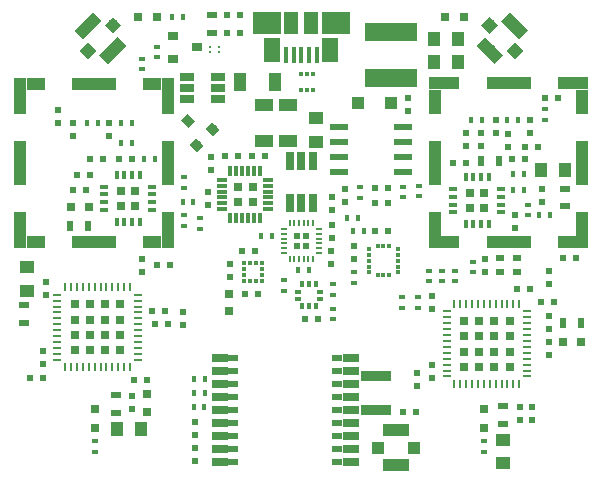
<source format=gtp>
G04 #@! TF.GenerationSoftware,KiCad,Pcbnew,(2017-02-19 revision a416f3a4e)-master*
G04 #@! TF.CreationDate,2017-04-29T21:26:46-07:00*
G04 #@! TF.ProjectId,Navi,4E6176692E6B696361645F7063620000,rev?*
G04 #@! TF.FileFunction,Paste,Top*
G04 #@! TF.FilePolarity,Positive*
%FSLAX46Y46*%
G04 Gerber Fmt 4.6, Leading zero omitted, Abs format (unit mm)*
G04 Created by KiCad (PCBNEW (2017-02-19 revision a416f3a4e)-master) date 04/29/17 21:26:46*
%MOMM*%
%LPD*%
G01*
G04 APERTURE LIST*
%ADD10C,0.150000*%
%ADD11R,0.300000X0.325000*%
%ADD12R,0.325000X0.300000*%
%ADD13R,0.600000X0.500000*%
%ADD14R,0.500000X0.600000*%
%ADD15R,0.750000X0.800000*%
%ADD16R,0.400000X0.300000*%
%ADD17R,0.300000X0.400000*%
%ADD18R,0.400000X0.600000*%
%ADD19R,0.600000X0.400000*%
%ADD20R,1.000000X1.600000*%
%ADD21R,0.850000X0.300000*%
%ADD22R,0.300000X0.850000*%
%ADD23R,0.780000X0.780000*%
%ADD24R,0.900000X0.500000*%
%ADD25R,0.210000X0.230000*%
%ADD26C,0.800000*%
%ADD27R,0.900000X0.800000*%
%ADD28R,1.220000X0.650000*%
%ADD29R,1.000000X2.130000*%
%ADD30R,1.000000X3.800000*%
%ADD31R,1.650000X1.000000*%
%ADD32R,3.800000X1.000000*%
%ADD33R,1.000000X1.000000*%
%ADD34R,1.600000X1.000000*%
%ADD35R,4.500000X1.600000*%
%ADD36R,0.300000X0.450000*%
%ADD37R,1.100000X1.100000*%
%ADD38R,1.550000X0.600000*%
%ADD39R,0.900000X0.600000*%
%ADD40R,1.400000X0.700000*%
%ADD41R,1.400000X0.800000*%
%ADD42R,0.700000X1.500000*%
%ADD43R,0.800000X0.800000*%
%ADD44R,1.000000X1.250000*%
%ADD45R,0.800000X0.750000*%
%ADD46R,1.250000X1.000000*%
%ADD47R,1.475000X2.100000*%
%ADD48R,0.450000X1.380000*%
%ADD49R,1.175000X1.900000*%
%ADD50R,2.375000X1.900000*%
%ADD51R,0.400000X0.500000*%
%ADD52R,0.400000X0.550000*%
%ADD53R,0.550000X0.400000*%
%ADD54R,2.500000X0.900000*%
%ADD55R,0.800000X0.600000*%
%ADD56R,2.200000X1.050000*%
%ADD57R,0.200000X0.550000*%
%ADD58R,0.550000X0.200000*%
%ADD59R,0.480000X0.525000*%
%ADD60C,1.000000*%
%ADD61C,1.050000*%
%ADD62R,0.772500X0.772500*%
%ADD63R,0.700000X0.250000*%
%ADD64R,0.250000X0.700000*%
%ADD65R,0.750000X0.750000*%
%ADD66R,0.800000X0.350000*%
%ADD67R,0.350000X0.800000*%
%ADD68R,0.500000X0.900000*%
G04 APERTURE END LIST*
D10*
D11*
X71127542Y-108387028D03*
X70627542Y-108387028D03*
X70627542Y-106862028D03*
X71127542Y-106862028D03*
D12*
X70115042Y-108374528D03*
X71640042Y-108374528D03*
X70115042Y-106874528D03*
X71640042Y-106874528D03*
X70115042Y-107374528D03*
X70115042Y-107874528D03*
X71640042Y-107374528D03*
X71640042Y-107874528D03*
D13*
X71105083Y-105799055D03*
X70005083Y-105799055D03*
D14*
X69000000Y-106950000D03*
X69000000Y-108050000D03*
D13*
X70205082Y-109449055D03*
X71305082Y-109449055D03*
X82350000Y-104149999D03*
X81250000Y-104149999D03*
D14*
X79499999Y-105399999D03*
X79499999Y-106499999D03*
D15*
X68850000Y-109450000D03*
X68850000Y-110950000D03*
D16*
X80725000Y-105649999D03*
X80725000Y-106149999D03*
X80725000Y-106649999D03*
X80725000Y-107149999D03*
X80725000Y-107649999D03*
D17*
X81450000Y-107874999D03*
X81950000Y-107874999D03*
X82450000Y-107874999D03*
D16*
X83175000Y-107649999D03*
X83175000Y-107149999D03*
X83175000Y-106649999D03*
X83175000Y-106149999D03*
X83175000Y-105649999D03*
D17*
X82450000Y-105424999D03*
X81950000Y-105424999D03*
X81450000Y-105424999D03*
D18*
X80299999Y-104149999D03*
X79399999Y-104149999D03*
D19*
X79500000Y-108550000D03*
X79500000Y-107650000D03*
D20*
X69800000Y-91550000D03*
X72800000Y-91550000D03*
D21*
X68300000Y-99800000D03*
X68300000Y-100300000D03*
X68300000Y-100800000D03*
X68300000Y-101300000D03*
X68300000Y-101800000D03*
X68300000Y-102300000D03*
D22*
X69000000Y-103000000D03*
X69500000Y-103000000D03*
X70000000Y-103000000D03*
X70500000Y-103000000D03*
X71000000Y-103000000D03*
X71500000Y-103000000D03*
D21*
X72200000Y-102300000D03*
X72200000Y-101800000D03*
X72200000Y-101300000D03*
X72200000Y-100800000D03*
X72200000Y-100300000D03*
X72200000Y-99800000D03*
D22*
X71500000Y-99100000D03*
X71000000Y-99100000D03*
X70500000Y-99100000D03*
X70000000Y-99100000D03*
X69500000Y-99100000D03*
X69000000Y-99100000D03*
D23*
X70900000Y-101700000D03*
X70900000Y-100400000D03*
X69600000Y-101700000D03*
X69600000Y-100400000D03*
D13*
X68700000Y-85850000D03*
X69800000Y-85850000D03*
X69800000Y-87350000D03*
X68700000Y-87350000D03*
D24*
X67450000Y-85840561D03*
X67450000Y-87340561D03*
D19*
X62800000Y-89440001D03*
X62800000Y-88540001D03*
D25*
X67230000Y-88950000D03*
X68070000Y-88950000D03*
X68070000Y-88550000D03*
X67230000Y-88550000D03*
D26*
X65392893Y-94792893D03*
D10*
G36*
X65993934Y-94828248D02*
X65428248Y-95393934D01*
X64791852Y-94757538D01*
X65357538Y-94191852D01*
X65993934Y-94828248D01*
X65993934Y-94828248D01*
G37*
D26*
X67478858Y-95535355D03*
D10*
G36*
X68079899Y-95570710D02*
X67514213Y-96136396D01*
X66877817Y-95500000D01*
X67443503Y-94934314D01*
X68079899Y-95570710D01*
X68079899Y-95570710D01*
G37*
D26*
X66135355Y-96878858D03*
D10*
G36*
X66736396Y-96914213D02*
X66170710Y-97479899D01*
X65534314Y-96843503D01*
X66100000Y-96277817D01*
X66736396Y-96914213D01*
X66736396Y-96914213D01*
G37*
D27*
X64150000Y-87650000D03*
X64150000Y-89550000D03*
X66150000Y-88600000D03*
D28*
X65340000Y-91100000D03*
X65340000Y-92050000D03*
X65340000Y-93000000D03*
X67960000Y-93000000D03*
X67960000Y-92050000D03*
X67960000Y-91100000D03*
D29*
X86300435Y-93205076D03*
X98800435Y-93205076D03*
D30*
X86300435Y-98370076D03*
X98800435Y-98370076D03*
D29*
X86300435Y-103535076D03*
X98800435Y-103535076D03*
D31*
X87625435Y-91640076D03*
X87625435Y-105100076D03*
D32*
X92550435Y-91640076D03*
X92550435Y-105100076D03*
D31*
X97475435Y-91640076D03*
X97475435Y-105100076D03*
D33*
X98800435Y-91640076D03*
X86300435Y-91640076D03*
X86300435Y-105100076D03*
X98800435Y-105100076D03*
D29*
X51201310Y-93215658D03*
X63701310Y-93215658D03*
D30*
X51201310Y-98380658D03*
X63701310Y-98380658D03*
D29*
X51201310Y-103545658D03*
X63701310Y-103545658D03*
D31*
X52526310Y-91650658D03*
X52526310Y-105110658D03*
D32*
X57451310Y-91650658D03*
X57451310Y-105110658D03*
D31*
X62376310Y-91650658D03*
X62376310Y-105110658D03*
D33*
X63701310Y-91650658D03*
X51201310Y-91650658D03*
X51201310Y-105110658D03*
X63701310Y-105110658D03*
D34*
X73900000Y-96500000D03*
X73900000Y-93500000D03*
D35*
X82600000Y-87250000D03*
X82600000Y-91150000D03*
D36*
X75500000Y-92175000D03*
X75000000Y-92175000D03*
X75500000Y-90825000D03*
X76000000Y-92175000D03*
X75000000Y-90825000D03*
X76000000Y-90825000D03*
D13*
X81237868Y-100539340D03*
X82337868Y-100539340D03*
D14*
X78700000Y-101650000D03*
X78700000Y-100550000D03*
D37*
X82600000Y-93300000D03*
X79800000Y-93300000D03*
D38*
X83600000Y-95295000D03*
X83600000Y-96565000D03*
X83600000Y-97835000D03*
X83600000Y-99105000D03*
X78200000Y-99105000D03*
X78200000Y-97835000D03*
X78200000Y-96565000D03*
X78200000Y-95295000D03*
D24*
X69250435Y-114900076D03*
X78050435Y-114900076D03*
D39*
X69250435Y-116000076D03*
X78050435Y-116000076D03*
X69250435Y-117100076D03*
X78050435Y-117100076D03*
X69250435Y-118200076D03*
X78050435Y-118200076D03*
X69250435Y-119300076D03*
X78050435Y-119300076D03*
X69250435Y-120400076D03*
X78050435Y-120400076D03*
X69250435Y-121500076D03*
X78050435Y-121500076D03*
X69250435Y-122600076D03*
X78050435Y-122600076D03*
D24*
X69250435Y-123700076D03*
D40*
X68100435Y-114900076D03*
X79200435Y-114900076D03*
D41*
X68100435Y-116000076D03*
X79200435Y-116000076D03*
X68100435Y-117100076D03*
X79200435Y-117100076D03*
X68100435Y-118200076D03*
X79200435Y-118200076D03*
X68100435Y-119300076D03*
X79200435Y-119300076D03*
X68100435Y-120400076D03*
X79200435Y-120400076D03*
X68100435Y-121500076D03*
X79200435Y-121500076D03*
X68100435Y-122600076D03*
X79200435Y-122600076D03*
D40*
X68100435Y-123700076D03*
D24*
X78050435Y-123700076D03*
D40*
X79200435Y-123700076D03*
D24*
X92050000Y-118950000D03*
X92050000Y-120450000D03*
D18*
X71600000Y-104600000D03*
X72500000Y-104600000D03*
D42*
X76000000Y-101750000D03*
X75000000Y-101750000D03*
X74000000Y-101750000D03*
X74000000Y-98250000D03*
X75000000Y-98250000D03*
X76000000Y-98250000D03*
D13*
X70850000Y-97800000D03*
X71950000Y-97800000D03*
D14*
X67350000Y-97900000D03*
X67350000Y-99000000D03*
X67100000Y-100850000D03*
X67100000Y-101950000D03*
D13*
X93900435Y-97000076D03*
X95000435Y-97000076D03*
D14*
X84800000Y-117250000D03*
X84800000Y-116150000D03*
D13*
X69650000Y-97800000D03*
X68550000Y-97800000D03*
X55701219Y-100681010D03*
X56801219Y-100681010D03*
X52050000Y-116600000D03*
X53150000Y-116600000D03*
D43*
X62800000Y-86000000D03*
X61200000Y-86000000D03*
D18*
X64950000Y-86000000D03*
X64050000Y-86000000D03*
D43*
X57500000Y-120800000D03*
X57500000Y-119200000D03*
X87200000Y-86000000D03*
X88800000Y-86000000D03*
X90450000Y-120800000D03*
X90450000Y-119200000D03*
D19*
X66450000Y-103950000D03*
X66450000Y-103050000D03*
X90450000Y-122850000D03*
X90450000Y-121950000D03*
X57500000Y-121950000D03*
X57500000Y-122850000D03*
D18*
X65903554Y-117843754D03*
X66803554Y-117843754D03*
D19*
X61500000Y-89550000D03*
X61500000Y-90450000D03*
D13*
X61900000Y-116750000D03*
X60800000Y-116750000D03*
D14*
X94550000Y-120100000D03*
X94550000Y-119000000D03*
D18*
X66800000Y-119000000D03*
X65900000Y-119000000D03*
D19*
X84850000Y-110649723D03*
X84850000Y-109749723D03*
X83550000Y-110649723D03*
X83550000Y-109749723D03*
D18*
X66803832Y-116694279D03*
X65903832Y-116694279D03*
D44*
X88250000Y-89849999D03*
X86250000Y-89849999D03*
D13*
X62800784Y-106980934D03*
X63900784Y-106980934D03*
X98250000Y-106400000D03*
X97150000Y-106400000D03*
D14*
X95950000Y-108650000D03*
X95950000Y-107550000D03*
X64950000Y-111000000D03*
X64950000Y-112100000D03*
X86100000Y-109650000D03*
X86100000Y-110750000D03*
X88900000Y-95850076D03*
X88900000Y-96950076D03*
X96000000Y-114650000D03*
X96000000Y-113550000D03*
D13*
X63450000Y-110950000D03*
X62350000Y-110950000D03*
D14*
X53150784Y-115430934D03*
X53150784Y-114330934D03*
X96000000Y-111350000D03*
X96000000Y-112450000D03*
D45*
X98650000Y-113500000D03*
X97150000Y-113500000D03*
D15*
X61900000Y-119450000D03*
X61900000Y-117950000D03*
D45*
X55501219Y-102131010D03*
X57001219Y-102131010D03*
D46*
X51750000Y-107200000D03*
X51750000Y-109200000D03*
D44*
X61400435Y-120900076D03*
X59400435Y-120900076D03*
D46*
X92050000Y-123800000D03*
X92050000Y-121800000D03*
D44*
X88250000Y-87900000D03*
X86250000Y-87900000D03*
X97300435Y-99000076D03*
X95300435Y-99000076D03*
D18*
X93850435Y-99350076D03*
X92950435Y-99350076D03*
D47*
X72537500Y-88840000D03*
D48*
X73700000Y-89200000D03*
X74350000Y-89200000D03*
X75000000Y-89200000D03*
X75650000Y-89200000D03*
D49*
X74162500Y-86540000D03*
X75837500Y-86540000D03*
D50*
X72087500Y-86540000D03*
X77912500Y-86540000D03*
D47*
X77462500Y-88840000D03*
D48*
X76300000Y-89200000D03*
D14*
X66000870Y-120300152D03*
X66000870Y-121400152D03*
X66000870Y-123650152D03*
X66000870Y-122550152D03*
D13*
X75320120Y-111569520D03*
X76420120Y-111569520D03*
D14*
X77570120Y-103619520D03*
X77570120Y-104719520D03*
D13*
X84675000Y-119450000D03*
X83575000Y-119450000D03*
D14*
X77550526Y-106899723D03*
X77550526Y-105799723D03*
X77600000Y-101300000D03*
X77600000Y-102400000D03*
D51*
X75020120Y-110489520D03*
D52*
X75620120Y-110489520D03*
X75020120Y-108649520D03*
X75620120Y-108649520D03*
D53*
X76540120Y-109269520D03*
X76540120Y-109869520D03*
D51*
X76220120Y-108649520D03*
D53*
X74700120Y-109269520D03*
X74700120Y-109869520D03*
D52*
X76220120Y-110489520D03*
D18*
X75620120Y-107469520D03*
X74720120Y-107469520D03*
D19*
X77670120Y-108619520D03*
X77670120Y-109519520D03*
X77670120Y-111619520D03*
X77670120Y-110719520D03*
D18*
X78900000Y-103050000D03*
X79800000Y-103050000D03*
D19*
X73570120Y-109219520D03*
X73570120Y-108319520D03*
D54*
X81350000Y-116400000D03*
X81350000Y-119300000D03*
D55*
X91850000Y-106450000D03*
X91850000Y-107650000D03*
X93250000Y-107650000D03*
X93250000Y-106450000D03*
D33*
X81500526Y-122499723D03*
X84500526Y-122499723D03*
D56*
X83000526Y-123974723D03*
X83000526Y-121024723D03*
D57*
X74000120Y-106474520D03*
X74400120Y-106474520D03*
X74800120Y-106474520D03*
X75200120Y-106474520D03*
X75600120Y-106474520D03*
X76000120Y-106474520D03*
D58*
X76500120Y-105974520D03*
X76500120Y-105574520D03*
X76500120Y-105174520D03*
X76500120Y-104774520D03*
X76500120Y-104374520D03*
X76500120Y-103974520D03*
D57*
X76000120Y-103474520D03*
X75600120Y-103474520D03*
X75200120Y-103474520D03*
X74800120Y-103474520D03*
X74400120Y-103474520D03*
X74000120Y-103474520D03*
D58*
X73500120Y-103974520D03*
X73500120Y-104374520D03*
X73500120Y-104774520D03*
X73500120Y-105174520D03*
X73500120Y-105574520D03*
X73500120Y-105974520D03*
D59*
X75400120Y-104539520D03*
X74600120Y-104539520D03*
X75400120Y-105409520D03*
X74600120Y-105409520D03*
D60*
X93060660Y-88860660D03*
D10*
G36*
X93060660Y-89567767D02*
X92353553Y-88860660D01*
X93060660Y-88153553D01*
X93767767Y-88860660D01*
X93060660Y-89567767D01*
X93060660Y-89567767D01*
G37*
D60*
X90939340Y-86739340D03*
D10*
G36*
X90939340Y-87446447D02*
X90232233Y-86739340D01*
X90939340Y-86032233D01*
X91646447Y-86739340D01*
X90939340Y-87446447D01*
X90939340Y-87446447D01*
G37*
D61*
X93042983Y-86757017D03*
D10*
G36*
X93449569Y-87906066D02*
X91893934Y-86350431D01*
X92636397Y-85607968D01*
X94192032Y-87163603D01*
X93449569Y-87906066D01*
X93449569Y-87906066D01*
G37*
D61*
X90957017Y-88842983D03*
D10*
G36*
X91363603Y-89992032D02*
X89807968Y-88436397D01*
X90550431Y-87693934D01*
X92106066Y-89249569D01*
X91363603Y-89992032D01*
X91363603Y-89992032D01*
G37*
D60*
X56939340Y-88860660D03*
D10*
G36*
X56232233Y-88860660D02*
X56939340Y-88153553D01*
X57646447Y-88860660D01*
X56939340Y-89567767D01*
X56232233Y-88860660D01*
X56232233Y-88860660D01*
G37*
D60*
X59060660Y-86739340D03*
D10*
G36*
X58353553Y-86739340D02*
X59060660Y-86032233D01*
X59767767Y-86739340D01*
X59060660Y-87446447D01*
X58353553Y-86739340D01*
X58353553Y-86739340D01*
G37*
D61*
X59042983Y-88842983D03*
D10*
G36*
X57893934Y-89249569D02*
X59449569Y-87693934D01*
X60192032Y-88436397D01*
X58636397Y-89992032D01*
X57893934Y-89249569D01*
X57893934Y-89249569D01*
G37*
D61*
X56957017Y-86757017D03*
D10*
G36*
X55807968Y-87163603D02*
X57363603Y-85607968D01*
X58106066Y-86350431D01*
X56550431Y-87906066D01*
X55807968Y-87163603D01*
X55807968Y-87163603D01*
G37*
D13*
X82337868Y-101739340D03*
X81237868Y-101739340D03*
D14*
X84000000Y-93950000D03*
X84000000Y-92850000D03*
D46*
X76200000Y-94600000D03*
X76200000Y-96600000D03*
D34*
X71800000Y-93500000D03*
X71800000Y-96500000D03*
D19*
X85000000Y-101200000D03*
X85000000Y-100300000D03*
X83600000Y-100400000D03*
X83600000Y-101300000D03*
X79987868Y-101350000D03*
X79987868Y-100450000D03*
D13*
X96400000Y-110150000D03*
X95300000Y-110150000D03*
D14*
X91450435Y-95850076D03*
X91450435Y-94750076D03*
X94350435Y-95850076D03*
X94350435Y-94750076D03*
D13*
X96700000Y-92850000D03*
X95600000Y-92850000D03*
X59551218Y-98081011D03*
X60651218Y-98081011D03*
X94400000Y-109050000D03*
X93300000Y-109050000D03*
D14*
X58751219Y-96131011D03*
X58751219Y-95031011D03*
X55700000Y-96130657D03*
X55700000Y-95030657D03*
X54400000Y-95030659D03*
X54400000Y-93930659D03*
D18*
X90300435Y-94750076D03*
X89400435Y-94750076D03*
X93350435Y-94750076D03*
X92450435Y-94750076D03*
D19*
X95600000Y-93850076D03*
X95600000Y-94750076D03*
D18*
X60651220Y-96681010D03*
X59751220Y-96681010D03*
X59751220Y-95031011D03*
X60651220Y-95031011D03*
X56850000Y-95031011D03*
X57750000Y-95031011D03*
D62*
X92631326Y-111768315D03*
X91343826Y-111768315D03*
X90056326Y-111768315D03*
X88768826Y-111768315D03*
X92631326Y-113055815D03*
X91343826Y-113055815D03*
X90056326Y-113055815D03*
X88768826Y-113055815D03*
X92631326Y-114343315D03*
X91343826Y-114343315D03*
X90056326Y-114343315D03*
X88768826Y-114343315D03*
X92631326Y-115630815D03*
X91343826Y-115630815D03*
X90056326Y-115630815D03*
X88768826Y-115630815D03*
D63*
X94100076Y-110949565D03*
X94100076Y-111449565D03*
X94100076Y-111949565D03*
X94100076Y-112449565D03*
X94100076Y-112949565D03*
X94100076Y-113449565D03*
X94100076Y-113949565D03*
X94100076Y-114449565D03*
X94100076Y-114949565D03*
X94100076Y-115449565D03*
X94100076Y-115949565D03*
X94100076Y-116449565D03*
D64*
X93450076Y-117099565D03*
X92950076Y-117099565D03*
X92450076Y-117099565D03*
X91950076Y-117099565D03*
X91450076Y-117099565D03*
X90950076Y-117099565D03*
X90450076Y-117099565D03*
X89950076Y-117099565D03*
X89450076Y-117099565D03*
X88950076Y-117099565D03*
X88450076Y-117099565D03*
X87950076Y-117099565D03*
D63*
X87300076Y-116449565D03*
X87300076Y-115949565D03*
X87300076Y-115449565D03*
X87300076Y-114949565D03*
X87300076Y-114449565D03*
X87300076Y-113949565D03*
X87300076Y-113449565D03*
X87300076Y-112949565D03*
X87300076Y-112449565D03*
X87300076Y-111949565D03*
X87300076Y-111449565D03*
X87300076Y-110949565D03*
D64*
X87950076Y-110299565D03*
X88450076Y-110299565D03*
X88950076Y-110299565D03*
X89450076Y-110299565D03*
X89950076Y-110299565D03*
X90450076Y-110299565D03*
X90950076Y-110299565D03*
X91450076Y-110299565D03*
X91950076Y-110299565D03*
X92450076Y-110299565D03*
X92950076Y-110299565D03*
X93450076Y-110299565D03*
D65*
X90500435Y-100950076D03*
X89250435Y-100950076D03*
X90500435Y-102200076D03*
X89250435Y-102200076D03*
D66*
X91875435Y-100600076D03*
X91875435Y-101250076D03*
X91875435Y-101900076D03*
X91875435Y-102550076D03*
D67*
X90850435Y-103575076D03*
X90200435Y-103575076D03*
X89550435Y-103575076D03*
X88900435Y-103575076D03*
D66*
X87875435Y-102550076D03*
X87875435Y-101900076D03*
X87875435Y-101250076D03*
X87875435Y-100600076D03*
D67*
X88900435Y-99575076D03*
X89550435Y-99575076D03*
X90200435Y-99575076D03*
X90850435Y-99575076D03*
D62*
X59682469Y-110349761D03*
X58394969Y-110349761D03*
X57107469Y-110349761D03*
X55819969Y-110349761D03*
X59682469Y-111637261D03*
X58394969Y-111637261D03*
X57107469Y-111637261D03*
X55819969Y-111637261D03*
X59682469Y-112924761D03*
X58394969Y-112924761D03*
X57107469Y-112924761D03*
X55819969Y-112924761D03*
X59682469Y-114212261D03*
X58394969Y-114212261D03*
X57107469Y-114212261D03*
X55819969Y-114212261D03*
D63*
X61151219Y-109531011D03*
X61151219Y-110031011D03*
X61151219Y-110531011D03*
X61151219Y-111031011D03*
X61151219Y-111531011D03*
X61151219Y-112031011D03*
X61151219Y-112531011D03*
X61151219Y-113031011D03*
X61151219Y-113531011D03*
X61151219Y-114031011D03*
X61151219Y-114531011D03*
X61151219Y-115031011D03*
D64*
X60501219Y-115681011D03*
X60001219Y-115681011D03*
X59501219Y-115681011D03*
X59001219Y-115681011D03*
X58501219Y-115681011D03*
X58001219Y-115681011D03*
X57501219Y-115681011D03*
X57001219Y-115681011D03*
X56501219Y-115681011D03*
X56001219Y-115681011D03*
X55501219Y-115681011D03*
X55001219Y-115681011D03*
D63*
X54351219Y-115031011D03*
X54351219Y-114531011D03*
X54351219Y-114031011D03*
X54351219Y-113531011D03*
X54351219Y-113031011D03*
X54351219Y-112531011D03*
X54351219Y-112031011D03*
X54351219Y-111531011D03*
X54351219Y-111031011D03*
X54351219Y-110531011D03*
X54351219Y-110031011D03*
X54351219Y-109531011D03*
D64*
X55001219Y-108881011D03*
X55501219Y-108881011D03*
X56001219Y-108881011D03*
X56501219Y-108881011D03*
X57001219Y-108881011D03*
X57501219Y-108881011D03*
X58001219Y-108881011D03*
X58501219Y-108881011D03*
X59001219Y-108881011D03*
X59501219Y-108881011D03*
X60001219Y-108881011D03*
X60501219Y-108881011D03*
D65*
X59701220Y-101981013D03*
X60951220Y-101981013D03*
X59701220Y-100731013D03*
X60951220Y-100731013D03*
D66*
X58326220Y-102331013D03*
X58326220Y-101681013D03*
X58326220Y-101031013D03*
X58326220Y-100381013D03*
D67*
X59351220Y-99356013D03*
X60001220Y-99356013D03*
X60651220Y-99356013D03*
X61301220Y-99356013D03*
D66*
X62326220Y-100381013D03*
X62326220Y-101031013D03*
X62326220Y-101681013D03*
X62326220Y-102331013D03*
D67*
X61301220Y-103356013D03*
X60651220Y-103356013D03*
X60001220Y-103356013D03*
X59351220Y-103356013D03*
D14*
X92500435Y-95900076D03*
X92500435Y-97000076D03*
X90550000Y-107650000D03*
X90550000Y-106550000D03*
X93050435Y-102750076D03*
X93050435Y-103850076D03*
X95350435Y-100550076D03*
X95350435Y-101650076D03*
D13*
X87800435Y-98400076D03*
X88900435Y-98400076D03*
D14*
X90250435Y-95850076D03*
X90250435Y-96950076D03*
X86100000Y-116550000D03*
X86100000Y-115450000D03*
D13*
X93950435Y-98050076D03*
X92850435Y-98050076D03*
D14*
X93500000Y-120100000D03*
X93500000Y-119000000D03*
X61500000Y-106531010D03*
X61500000Y-107631010D03*
D24*
X59300435Y-118050076D03*
X59300435Y-119550076D03*
D68*
X55450784Y-103680935D03*
X56950784Y-103680935D03*
D24*
X51550000Y-111900000D03*
X51550000Y-110400000D03*
D19*
X65100000Y-99600000D03*
X65100000Y-100500000D03*
D18*
X65850000Y-101650000D03*
X64950000Y-101650000D03*
D19*
X65100000Y-103700000D03*
X65100000Y-102800000D03*
D18*
X62601219Y-98081011D03*
X61701219Y-98081011D03*
D19*
X85811000Y-108406060D03*
X85811000Y-107506060D03*
X86911001Y-108406060D03*
X86911001Y-107506060D03*
X88011000Y-108406060D03*
X88011000Y-107506060D03*
D18*
X95150435Y-102800076D03*
X96050435Y-102800076D03*
D13*
X56001220Y-99381011D03*
X57101220Y-99381011D03*
X58201219Y-98081010D03*
X57101219Y-98081010D03*
D14*
X53350000Y-108430934D03*
X53350000Y-109530934D03*
D68*
X91700435Y-98250076D03*
X90200435Y-98250076D03*
D13*
X63750000Y-112050000D03*
X62650000Y-112050000D03*
D14*
X60700435Y-119250076D03*
X60700435Y-118150076D03*
D19*
X89500000Y-106750000D03*
X89500000Y-107650000D03*
X94150435Y-101900076D03*
X94150435Y-102800076D03*
D24*
X97300435Y-100550076D03*
X97300435Y-102050076D03*
D18*
X93850435Y-100650076D03*
X92950435Y-100650076D03*
D68*
X97150000Y-111950000D03*
X98650000Y-111950000D03*
M02*

</source>
